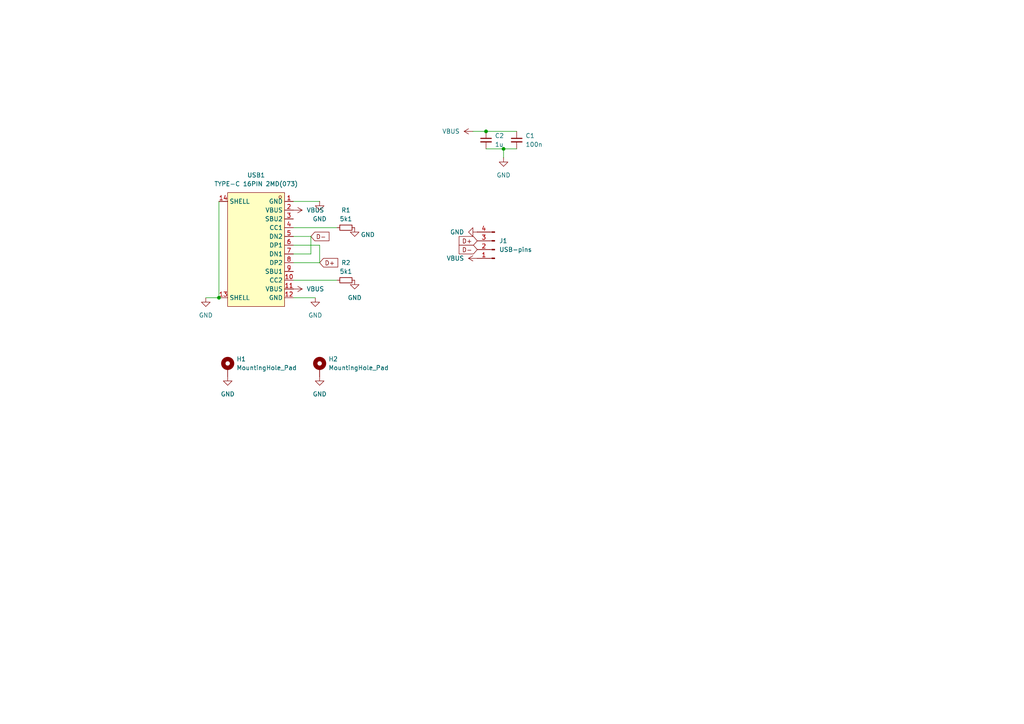
<source format=kicad_sch>
(kicad_sch (version 20231120) (generator "eeschema") (generator_version "8.0")
  (paper "A4")
  (lib_symbols
    (symbol "Connector:Conn_01x04_Pin" (pin_names (offset 1.016) hide)
      (property "Reference" "J" (at 0 5.08 0))
      (property "Value" "Conn_01x04_Pin" (at 0 -7.62 0))
      (symbol "Conn_01x04_Pin_1_1"
        (polyline (pts (xy 1.27 -5.08) (xy 0.8636 -5.08)) (stroke (width 0.1524)))
        (polyline (pts (xy 1.27 -2.54) (xy 0.8636 -2.54)) (stroke (width 0.1524)))
        (polyline (pts (xy 1.27 0) (xy 0.8636 0)) (stroke (width 0.1524)))
        (polyline (pts (xy 1.27 2.54) (xy 0.8636 2.54)) (stroke (width 0.1524)))
        (rectangle (start 0.8636 -4.953) (end 0 -5.207) (stroke (width 0.1524)) (fill (type outline)))
        (rectangle (start 0.8636 -2.413) (end 0 -2.667) (stroke (width 0.1524)) (fill (type outline)))
        (rectangle (start 0.8636 0.127) (end 0 -0.127) (stroke (width 0.1524)) (fill (type outline)))
        (rectangle (start 0.8636 2.667) (end 0 2.413) (stroke (width 0.1524)) (fill (type outline)))
        (pin passive line (at 5.08 2.54 180) (length 3.81) (name "Pin_1") (number "1"))
        (pin passive line (at 5.08 0 180) (length 3.81) (name "Pin_2") (number "2"))
        (pin passive line (at 5.08 -2.54 180) (length 3.81) (name "Pin_3") (number "3"))
        (pin passive line (at 5.08 -5.08 180) (length 3.81) (name "Pin_4") (number "4"))
      )
    )
    (symbol "Device:C_Small" (pin_numbers hide) (pin_names (offset 0.254) hide)
      (property "Reference" "C" (at 0.254 1.778 0))
      (property "Value" "C_Small" (at 0.254 -2.032 0))
      (symbol "C_Small_0_1"
        (polyline (pts (xy -1.524 -0.508) (xy 1.524 -0.508)) (stroke (width 0.3302)))
        (polyline (pts (xy -1.524 0.508) (xy 1.524 0.508)) (stroke (width 0.3048)))
      )
      (symbol "C_Small_1_1"
        (pin passive line (at 0 2.54 270) (length 2.032) (name "~") (number "1"))
        (pin passive line (at 0 -2.54 90) (length 2.032) (name "~") (number "2"))
      )
    )
    (symbol "Device:R_Small" (pin_numbers hide) (pin_names (offset 0.254) hide)
      (property "Reference" "R" (at 0.762 0.508 0))
      (property "Value" "R_Small" (at 0.762 -1.016 0))
      (symbol "R_Small_0_1"
        (rectangle (start -0.762 1.778) (end 0.762 -1.778) (stroke (width 0.2032)))
      )
      (symbol "R_Small_1_1"
        (pin passive line (at 0 2.54 270) (length 0.762) (name "~") (number "1"))
        (pin passive line (at 0 -2.54 90) (length 0.762) (name "~") (number "2"))
      )
    )
    (symbol "Mechanical:MountingHole_Pad" (pin_numbers hide) (pin_names (offset 1.016) hide) (exclude_from_sim yes) (in_bom no)
      (property "Reference" "H" (at 0 6.35 0))
      (property "Value" "MountingHole_Pad" (at 0 4.445 0))
      (symbol "MountingHole_Pad_0_1"
        (circle (center 0 1.27) (radius 1.27) (stroke (width 1.27)))
      )
      (symbol "MountingHole_Pad_1_1"
        (pin input line (at 0 -2.54 90) (length 2.54) (name "1") (number "1"))
      )
    )
    (symbol "power:GND" (power) (pin_numbers hide) (pin_names (offset 0) hide)
      (property "Value" "GND" (at 0 -3.81 0))
      (symbol "GND_0_1"
        (polyline (pts (xy 0 0) (xy 0 -1.27) (xy 1.27 -1.27) (xy 0 -2.54) (xy -1.27 -1.27) (xy 0 -1.27)))
      )
      (symbol "GND_1_1"
        (pin power_in line (at 0 0 270) (length 0) (name "~") (number "1"))
      )
    )
    (symbol "power:VBUS" (power) (pin_numbers hide) (pin_names (offset 0) hide)
      (property "Value" "VBUS" (at 0 3.556 0))
      (symbol "VBUS_0_1"
        (polyline (pts (xy -0.762 1.27) (xy 0 2.54)))
        (polyline (pts (xy 0 0) (xy 0 2.54)))
        (polyline (pts (xy 0 2.54) (xy 0.762 1.27)))
      )
      (symbol "VBUS_1_1"
        (pin power_in line (at 0 0 90) (length 0) (name "~") (number "1"))
      )
    )
    (symbol "usb-C-breakout:TYPE-C16PIN2MD(073)"
      (property "Reference" "USB" (at 0 19.05 0))
      (property "Value" "TYPE-C 16PIN 2MD(073)" (at 0 -19.05 0))
      (symbol "TYPE-C16PIN2MD(073)_0_1"
        (rectangle (start -8.89 16.51) (end 7.62 -16.51) (fill (type background)))
        (circle (center -7.62 15.24) (radius 0.38))
        (pin unspecified line (at -11.43 13.97 0) (length 2.54) (name "GND") (number "1"))
        (pin unspecified line (at -11.43 -8.89 0) (length 2.54) (name "CC2") (number "10"))
        (pin unspecified line (at -11.43 -11.43 0) (length 2.54) (name "VBUS") (number "11"))
        (pin unspecified line (at -11.43 -13.97 0) (length 2.54) (name "GND") (number "12"))
        (pin unspecified line (at 10.16 -13.97 180) (length 2.54) (name "SHELL") (number "13"))
        (pin unspecified line (at 10.16 13.97 180) (length 2.54) (name "SHELL") (number "14"))
        (pin unspecified line (at -11.43 11.43 0) (length 2.54) (name "VBUS") (number "2"))
        (pin unspecified line (at -11.43 8.89 0) (length 2.54) (name "SBU2") (number "3"))
        (pin unspecified line (at -11.43 6.35 0) (length 2.54) (name "CC1") (number "4"))
        (pin unspecified line (at -11.43 3.81 0) (length 2.54) (name "DN2") (number "5"))
        (pin unspecified line (at -11.43 1.27 0) (length 2.54) (name "DP1") (number "6"))
        (pin unspecified line (at -11.43 -1.27 0) (length 2.54) (name "DN1") (number "7"))
        (pin unspecified line (at -11.43 -3.81 0) (length 2.54) (name "DP2") (number "8"))
        (pin unspecified line (at -11.43 -6.35 0) (length 2.54) (name "SBU1") (number "9"))
      )
    )
  )
  (junction (at 146.05 43.18))
  (junction (at 63.5 86.36))
  (junction (at 140.97 38.1))
  (wire (pts (xy 85.09 81.28) (xy 97.79 81.28)))
  (wire (pts (xy 92.71 76.2) (xy 85.09 76.2)))
  (wire (pts (xy 90.17 68.58) (xy 90.17 73.66)))
  (wire (pts (xy 85.09 66.04) (xy 97.79 66.04)))
  (wire (pts (xy 146.05 43.18) (xy 146.05 45.72)))
  (wire (pts (xy 140.97 43.18) (xy 146.05 43.18)))
  (wire (pts (xy 92.71 71.12) (xy 92.71 76.2)))
  (wire (pts (xy 63.5 58.42) (xy 63.5 86.36)))
  (wire (pts (xy 90.17 73.66) (xy 85.09 73.66)))
  (wire (pts (xy 85.09 58.42) (xy 92.71 58.42)))
  (wire (pts (xy 85.09 71.12) (xy 92.71 71.12)))
  (wire (pts (xy 137.16 38.1) (xy 140.97 38.1)))
  (wire (pts (xy 85.09 86.36) (xy 91.44 86.36)))
  (wire (pts (xy 85.09 68.58) (xy 90.17 68.58)))
  (wire (pts (xy 140.97 38.1) (xy 149.86 38.1)))
  (wire (pts (xy 146.05 43.18) (xy 149.86 43.18)))
  (wire (pts (xy 59.69 86.36) (xy 63.5 86.36)))
  (global_label "D-" (shape input) (at 90.17 68.58 0) (property "Intersheetrefs" "${INTERSHEET_REFS}" (effects (hide yes))))
  (global_label "D-" (shape input) (at 138.43 72.39 180) (property "Intersheetrefs" "${INTERSHEET_REFS}" (effects (hide yes))))
  (global_label "D+" (shape input) (at 92.71 76.2 0) (property "Intersheetrefs" "${INTERSHEET_REFS}" (effects (hide yes))))
  (global_label "D+" (shape input) (at 138.43 69.85 180) (property "Intersheetrefs" "${INTERSHEET_REFS}" (effects (hide yes))))
  (symbol (lib_id "Device:C_Small") (at 140.97 40.64 0) (unit 1)
    (property "Reference" "C2" (at 143.51 39.3762 0) (effects (justify left)))
    (property "Value" "1u" (at 143.51 41.9162 0) (effects (justify left)))
    (property "Footprint" "Capacitor_SMD:C_0805_2012Metric_Pad1.18x1.45mm_HandSolder" (effects (hide yes)))
    (property "Description" "Unpolarized capacitor, small symbol" (effects (hide yes)))
  )
  (symbol (lib_id "power:GND") (at 138.43 67.31 270) (unit 1)
    (property "Reference" "#PWR06" (effects (hide yes)))
    (property "Value" "GND" (at 134.62 67.3099 90) (effects (justify right)))
    (property "Description" "Power symbol creates a global label with name \"GND\" , ground" (effects (hide yes)))
  )
  (symbol (lib_id "Device:R_Small") (at 100.33 81.28 90) (unit 1)
    (property "Reference" "R2" (at 100.33 76.2 90))
    (property "Value" "5k1" (at 100.33 78.74 90))
    (property "Footprint" "Resistor_SMD:R_0805_2012Metric_Pad1.20x1.40mm_HandSolder" (effects (hide yes)))
    (property "Description" "Resistor, small symbol" (effects (hide yes)))
  )
  (symbol (lib_id "Connector:Conn_01x04_Pin") (at 143.51 72.39 180) (unit 1)
    (property "Reference" "J1" (at 144.78 69.8499 0) (effects (justify right)))
    (property "Value" "USB-pins" (at 144.78 72.3899 0) (effects (justify right)))
    (property "Footprint" "Connector_PinHeader_2.54mm:PinHeader_1x04_P2.54mm_Vertical" (effects (hide yes)))
    (property "Description" "Generic connector, single row, 01x04, script generated" (effects (hide yes)))
  )
  (symbol (lib_id "Device:C_Small") (at 149.86 40.64 0) (unit 1)
    (property "Reference" "C1" (at 152.4 39.3762 0) (effects (justify left)))
    (property "Value" "100n" (at 152.4 41.9162 0) (effects (justify left)))
    (property "Footprint" "Capacitor_SMD:C_0805_2012Metric_Pad1.18x1.45mm_HandSolder" (effects (hide yes)))
    (property "Description" "Unpolarized capacitor, small symbol" (effects (hide yes)))
  )
  (symbol (lib_id "power:VBUS") (at 138.43 74.93 90) (unit 1)
    (property "Reference" "#PWR09" (effects (hide yes)))
    (property "Value" "VBUS" (at 134.62 74.9299 90) (effects (justify left)))
    (property "Description" "Power symbol creates a global label with name \"VBUS\"" (effects (hide yes)))
  )
  (symbol (lib_id "power:GND") (at 66.04 109.22 0) (unit 1)
    (property "Reference" "#PWR011" (effects (hide yes)))
    (property "Value" "GND" (at 66.04 114.3 0))
    (property "Description" "Power symbol creates a global label with name \"GND\" , ground" (effects (hide yes)))
  )
  (symbol (lib_id "Device:R_Small") (at 100.33 66.04 90) (unit 1)
    (property "Reference" "R1" (at 100.33 60.96 90))
    (property "Value" "5k1" (at 100.33 63.5 90))
    (property "Footprint" "Resistor_SMD:R_0805_2012Metric_Pad1.20x1.40mm_HandSolder" (effects (hide yes)))
    (property "Description" "Resistor, small symbol" (effects (hide yes)))
  )
  (symbol (lib_id "power:GND") (at 146.05 45.72 0) (unit 1)
    (property "Reference" "#PWR014" (effects (hide yes)))
    (property "Value" "GND" (at 146.05 50.8 0))
    (property "Description" "Power symbol creates a global label with name \"GND\" , ground" (effects (hide yes)))
  )
  (symbol (lib_id "power:GND") (at 92.71 109.22 0) (unit 1)
    (property "Reference" "#PWR012" (effects (hide yes)))
    (property "Value" "GND" (at 92.71 114.3 0))
    (property "Description" "Power symbol creates a global label with name \"GND\" , ground" (effects (hide yes)))
  )
  (symbol (lib_id "power:GND") (at 102.87 66.04 0) (unit 1)
    (property "Reference" "#PWR03" (effects (hide yes)))
    (property "Value" "GND" (at 106.68 68.072 0))
    (property "Description" "Power symbol creates a global label with name \"GND\" , ground" (effects (hide yes)))
  )
  (symbol (lib_id "usb-C-breakout:TYPE-C16PIN2MD(073)") (at 73.66 72.39 0) (mirror y) (unit 1)
    (property "Reference" "USB1" (at 74.295 50.8 0))
    (property "Value" "TYPE-C 16PIN 2MD(073)" (at 74.295 53.34 0))
    (property "Footprint" "usb-C-breakout:USB-C-SMD_TYPE-C-6PIN-2MD-073" (effects (hide yes)))
    (property "LCSC Part" "C2765186" (effects (hide yes)))
  )
  (symbol (lib_id "power:GND") (at 59.69 86.36 0) (unit 1)
    (property "Reference" "#PWR015" (effects (hide yes)))
    (property "Value" "GND" (at 59.69 91.44 0))
    (property "Description" "Power symbol creates a global label with name \"GND\" , ground" (effects (hide yes)))
  )
  (symbol (lib_id "Mechanical:MountingHole_Pad") (at 92.71 106.68 0) (unit 1) (exclude_from_sim yes) (in_bom no)
    (property "Reference" "H2" (at 95.25 104.1399 0) (effects (justify left)))
    (property "Value" "MountingHole_Pad" (at 95.25 106.6799 0) (effects (justify left)))
    (property "Footprint" "MountingHole:MountingHole_3.2mm_M3_ISO14580_Pad_TopBottom" (effects (hide yes)))
    (property "Description" "Mounting Hole with connection" (effects (hide yes)))
  )
  (symbol (lib_id "power:GND") (at 102.87 81.28 0) (unit 1)
    (property "Reference" "#PWR04" (effects (hide yes)))
    (property "Value" "GND" (at 102.87 86.36 0))
    (property "Description" "Power symbol creates a global label with name \"GND\" , ground" (effects (hide yes)))
  )
  (symbol (lib_id "power:VBUS") (at 85.09 60.96 270) (unit 1)
    (property "Reference" "#PWR07" (effects (hide yes)))
    (property "Value" "VBUS" (at 88.9 60.9599 90) (effects (justify left)))
    (property "Description" "Power symbol creates a global label with name \"VBUS\"" (effects (hide yes)))
  )
  (symbol (lib_id "power:VBUS") (at 85.09 83.82 270) (unit 1)
    (property "Reference" "#PWR010" (effects (hide yes)))
    (property "Value" "VBUS" (at 88.9 83.8199 90) (effects (justify left)))
    (property "Description" "Power symbol creates a global label with name \"VBUS\"" (effects (hide yes)))
  )
  (symbol (lib_id "power:GND") (at 91.44 86.36 0) (unit 1)
    (property "Reference" "#PWR02" (effects (hide yes)))
    (property "Value" "GND" (at 91.44 91.44 0))
    (property "Description" "Power symbol creates a global label with name \"GND\" , ground" (effects (hide yes)))
  )
  (symbol (lib_id "power:VBUS") (at 137.16 38.1 90) (unit 1)
    (property "Reference" "#PWR013" (effects (hide yes)))
    (property "Value" "VBUS" (at 133.35 38.0999 90) (effects (justify left)))
    (property "Description" "Power symbol creates a global label with name \"VBUS\"" (effects (hide yes)))
  )
  (symbol (lib_id "Mechanical:MountingHole_Pad") (at 66.04 106.68 0) (unit 1) (exclude_from_sim yes) (in_bom no)
    (property "Reference" "H1" (at 68.58 104.1399 0) (effects (justify left)))
    (property "Value" "MountingHole_Pad" (at 68.58 106.6799 0) (effects (justify left)))
    (property "Footprint" "MountingHole:MountingHole_3.2mm_M3_ISO14580_Pad_TopBottom" (effects (hide yes)))
    (property "Description" "Mounting Hole with connection" (effects (hide yes)))
  )
  (symbol (lib_id "power:GND") (at 92.71 58.42 0) (unit 1)
    (property "Reference" "#PWR01" (effects (hide yes)))
    (property "Value" "GND" (at 92.71 63.5 0))
    (property "Description" "Power symbol creates a global label with name \"GND\" , ground" (effects (hide yes)))
  )
)
</source>
